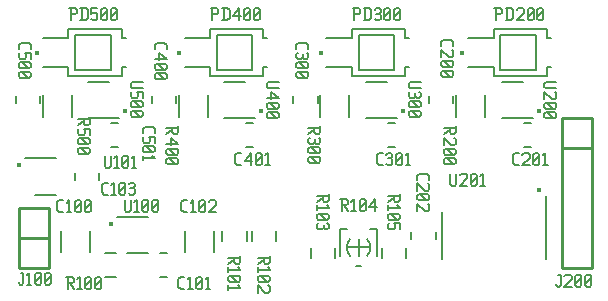
<source format=gto>
G04 start of page 8 for group -4079 idx -4079 *
G04 Title: Das Blinkinput, topsilk *
G04 Creator: pcb 1.99z *
G04 CreationDate: Thu 04 Jun 2015 03:29:16 PM GMT UTC *
G04 For: eelco *
G04 Format: Gerber/RS-274X *
G04 PCB-Dimensions (mil): 3937.01 3937.01 *
G04 PCB-Coordinate-Origin: lower left *
%MOIN*%
%FSLAX25Y25*%
%LNTOPSILK*%
%ADD51C,0.0079*%
%ADD50C,0.0100*%
%ADD49C,0.0157*%
%ADD48C,0.0081*%
G54D48*X277205Y229724D02*Y224409D01*
X242480D02*Y208661D01*
X277205Y224409D02*Y208661D01*
G54D49*X274843Y231693D03*
G54D48*X232165Y217717D02*Y215354D01*
X240276Y217717D02*Y215354D01*
X269685Y245945D02*X272047D01*
X269685Y254055D02*X272047D01*
G54D50*X282402Y255630D02*X292402D01*
X282402Y245630D02*X292402D01*
X282402Y255630D02*Y205630D01*
X292402Y255630D02*Y205630D01*
X282402D02*X292402D01*
G54D48*X247126Y263465D02*Y256220D01*
X256811Y263465D02*Y256220D01*
X269213Y255709D02*X272638D01*
X262283Y267913D02*X269213D01*
X262283Y255709D02*X269213D01*
G54D49*X274606Y258071D03*
G54D48*X259567Y285433D02*X277283D01*
Y282283D01*
X259567Y285433D02*Y282283D01*
X251102D02*X259567D01*
X277283D02*X278661D01*
X259567Y269685D02*X277283D01*
Y272835D02*Y269685D01*
X259567Y272835D02*Y269685D01*
X251102Y272835D02*X259567D01*
X277283D02*X278661D01*
X261811Y283465D02*X273622D01*
X261811D02*Y271654D01*
X273622Y283465D02*Y271654D01*
X261811D02*X273622D01*
G54D49*X249134Y277559D03*
G54D48*X103346Y242323D02*X106772D01*
Y230118D02*X113701D01*
X106772Y242323D02*X113701D01*
G54D49*X101378Y239961D03*
G54D48*X109331Y263465D02*Y256220D01*
X119016Y263465D02*Y256220D01*
X100276Y263189D02*Y260827D01*
X108386Y263189D02*Y260827D01*
G54D50*X101299Y225630D02*X111299D01*
X101299Y215630D02*X111299D01*
X101299Y225630D02*Y205630D01*
X111299Y225630D02*Y205630D01*
X101299D02*X111299D01*
G54D48*X119961Y237402D02*Y235039D01*
X128071Y237402D02*Y235039D01*
X131890Y245945D02*X134252D01*
X131890Y254055D02*X134252D01*
X134055Y222835D02*X137480D01*
Y210630D02*X144409D01*
X137480Y222835D02*X144409D01*
G54D49*X132087Y220472D03*
G54D48*X115236Y218031D02*Y211102D01*
X124921Y218031D02*Y211102D01*
X131417Y255709D02*X134843D01*
X124488Y267913D02*X131417D01*
X124488Y255709D02*X131417D01*
G54D49*X136811Y258071D03*
G54D48*X117835Y285433D02*X135551D01*
Y282283D01*
X117835Y285433D02*Y282283D01*
X109370D02*X117835D01*
X135551D02*X136929D01*
X117835Y269685D02*X135551D01*
Y272835D02*Y269685D01*
X117835Y272835D02*Y269685D01*
X109370Y272835D02*X117835D01*
X135551D02*X136929D01*
X120079Y283465D02*X131890D01*
X120079D02*Y271654D01*
X131890Y283465D02*Y271654D01*
X120079D02*X131890D01*
G54D49*X107402Y277559D03*
G54D48*X145551Y263189D02*Y260827D01*
X153661Y263189D02*Y260827D01*
X148425Y202638D02*X150787D01*
X148425Y210748D02*X150787D01*
X130197Y202638D02*X133583D01*
X130197Y210748D02*X133583D01*
X179016Y218228D02*Y214843D01*
X187126Y218228D02*Y214843D01*
X177165Y245945D02*X179528D01*
X177165Y254055D02*X179528D01*
X165079Y285433D02*X182795D01*
Y282283D01*
X165079Y285433D02*Y282283D01*
X156614D02*X165079D01*
X182795D02*X184173D01*
X165079Y269685D02*X182795D01*
Y272835D02*Y269685D01*
X165079Y272835D02*Y269685D01*
X156614Y272835D02*X165079D01*
X182795D02*X184173D01*
X167323Y283465D02*X179134D01*
X167323D02*Y271654D01*
X179134Y283465D02*Y271654D01*
X167323D02*X179134D01*
G54D49*X154646Y277559D03*
G54D48*X154606Y263465D02*Y256220D01*
X164291Y263465D02*Y256220D01*
X176693Y255709D02*X180118D01*
X169764Y267913D02*X176693D01*
X169764Y255709D02*X176693D01*
G54D49*X182087Y258071D03*
G54D48*X177283Y218228D02*Y214843D01*
X169173Y218228D02*Y214843D01*
X156575Y218031D02*Y211102D01*
X166260Y218031D02*Y211102D01*
X224409Y245945D02*X226772D01*
X224409Y254055D02*X226772D01*
X192795Y263189D02*Y260827D01*
X200906Y263189D02*Y260827D01*
X212323Y285433D02*X230039D01*
Y282283D01*
X212323Y285433D02*Y282283D01*
X203858D02*X212323D01*
X230039D02*X231417D01*
X212323Y269685D02*X230039D01*
Y272835D02*Y269685D01*
X212323Y272835D02*Y269685D01*
X203858Y272835D02*X212323D01*
X230039D02*X231417D01*
X214567Y283465D02*X226378D01*
X214567D02*Y271654D01*
X226378Y283465D02*Y271654D01*
X214567D02*X226378D01*
G54D49*X201890Y277559D03*
G54D48*X201850Y263465D02*Y256220D01*
X211535Y263465D02*Y256220D01*
X238071Y263189D02*Y260827D01*
X246181Y263189D02*Y260827D01*
X223937Y255709D02*X227362D01*
X217008Y267913D02*X223937D01*
X217008Y255709D02*X223937D01*
G54D49*X229331Y258071D03*
G54D48*X198701Y212323D02*Y208937D01*
X206811Y212323D02*Y208937D01*
X230433Y212323D02*Y208937D01*
X222323Y212323D02*Y208937D01*
X208465Y218701D02*X210630D01*
X218504D02*X220669D01*
X208465D02*Y209843D01*
X220669Y218701D02*Y209843D01*
X213780Y206496D02*X215354D01*
X210630Y212598D02*X218504D01*
X214567Y215551D02*Y209646D01*
X217351Y209815D02*G75*G03X217351Y215382I-2784J2784D01*G01*
X211783Y215382D02*G75*G03X211783Y209815I2784J-2784D01*G01*
G54D51*X129921Y243094D02*Y239594D01*
X130421Y239094D01*
X131421D01*
X131921Y239594D01*
Y243094D02*Y239594D01*
X133121Y242294D02*X133921Y243094D01*
Y239094D01*
X133121D02*X134621D01*
X135821Y239594D02*X136321Y239094D01*
X135821Y242594D02*Y239594D01*
Y242594D02*X136321Y243094D01*
X137321D01*
X137821Y242594D01*
Y239594D01*
X137321Y239094D02*X137821Y239594D01*
X136321Y239094D02*X137321D01*
X135821Y240094D02*X137821Y242094D01*
X139021Y242294D02*X139821Y243094D01*
Y239094D01*
X139021D02*X140521D01*
X129637Y230236D02*X130937D01*
X128937Y230936D02*X129637Y230236D01*
X128937Y233536D02*Y230936D01*
Y233536D02*X129637Y234236D01*
X130937D01*
X132137Y233436D02*X132937Y234236D01*
Y230236D01*
X132137D02*X133637D01*
X134837Y230736D02*X135337Y230236D01*
X134837Y233736D02*Y230736D01*
Y233736D02*X135337Y234236D01*
X136337D01*
X136837Y233736D01*
Y230736D01*
X136337Y230236D02*X136837Y230736D01*
X135337Y230236D02*X136337D01*
X134837Y231236D02*X136837Y233236D01*
X138037Y233736D02*X138537Y234236D01*
X139537D01*
X140037Y233736D01*
X139537Y230236D02*X140037Y230736D01*
X138537Y230236D02*X139537D01*
X138037Y230736D02*X138537Y230236D01*
Y232436D02*X139537D01*
X140037Y233736D02*Y232936D01*
Y231936D02*Y230736D01*
Y231936D02*X139537Y232436D01*
X140037Y232936D02*X139537Y232436D01*
X142638Y252056D02*Y250756D01*
X143338Y252756D02*X142638Y252056D01*
X143338Y252756D02*X145938D01*
X146638Y252056D01*
Y250756D01*
Y249556D02*Y247556D01*
X144638Y249556D02*X146638D01*
X144638D02*X145138Y249056D01*
Y248056D01*
X144638Y247556D01*
X143138D02*X144638D01*
X142638Y248056D02*X143138Y247556D01*
X142638Y249056D02*Y248056D01*
X143138Y249556D02*X142638Y249056D01*
X143138Y246356D02*X142638Y245856D01*
X143138Y246356D02*X146138D01*
X146638Y245856D01*
Y244856D01*
X146138Y244356D01*
X143138D02*X146138D01*
X142638Y244856D02*X143138Y244356D01*
X142638Y245856D02*Y244856D01*
X143638Y246356D02*X145638Y244356D01*
X145838Y243156D02*X146638Y242356D01*
X142638D02*X146638D01*
X142638Y243156D02*Y241656D01*
X136614Y228528D02*Y225028D01*
X137114Y224528D01*
X138114D01*
X138614Y225028D01*
Y228528D02*Y225028D01*
X139814Y227728D02*X140614Y228528D01*
Y224528D01*
X139814D02*X141314D01*
X142514Y225028D02*X143014Y224528D01*
X142514Y228028D02*Y225028D01*
Y228028D02*X143014Y228528D01*
X144014D01*
X144514Y228028D01*
Y225028D01*
X144014Y224528D02*X144514Y225028D01*
X143014Y224528D02*X144014D01*
X142514Y225528D02*X144514Y227528D01*
X145714Y225028D02*X146214Y224528D01*
X145714Y228028D02*Y225028D01*
Y228028D02*X146214Y228528D01*
X147214D01*
X147714Y228028D01*
Y225028D01*
X147214Y224528D02*X147714Y225028D01*
X146214Y224528D02*X147214D01*
X145714Y225528D02*X147714Y227528D01*
X114873Y224331D02*X116173D01*
X114173Y225031D02*X114873Y224331D01*
X114173Y227631D02*Y225031D01*
Y227631D02*X114873Y228331D01*
X116173D01*
X117373Y227531D02*X118173Y228331D01*
Y224331D01*
X117373D02*X118873D01*
X120073Y224831D02*X120573Y224331D01*
X120073Y227831D02*Y224831D01*
Y227831D02*X120573Y228331D01*
X121573D01*
X122073Y227831D01*
Y224831D01*
X121573Y224331D02*X122073Y224831D01*
X120573Y224331D02*X121573D01*
X120073Y225331D02*X122073Y227331D01*
X123273Y224831D02*X123773Y224331D01*
X123273Y227831D02*Y224831D01*
Y227831D02*X123773Y228331D01*
X124773D01*
X125273Y227831D01*
Y224831D01*
X124773Y224331D02*X125273Y224831D01*
X123773Y224331D02*X124773D01*
X123273Y225331D02*X125273Y227331D01*
X154512Y252953D02*Y250953D01*
X154012Y250453D01*
X153012D02*X154012D01*
X152512Y250953D02*X153012Y250453D01*
X152512Y252453D02*Y250953D01*
X150512Y252453D02*X154512D01*
X152512Y251653D02*X150512Y250453D01*
X152012Y249253D02*X154512Y247253D01*
X152012Y249253D02*Y246753D01*
X150512Y247253D02*X154512D01*
X151012Y245553D02*X150512Y245053D01*
X151012Y245553D02*X154012D01*
X154512Y245053D01*
Y244053D01*
X154012Y243553D01*
X151012D02*X154012D01*
X150512Y244053D02*X151012Y243553D01*
X150512Y245053D02*Y244053D01*
X151512Y245553D02*X153512Y243553D01*
X151012Y242353D02*X150512Y241853D01*
X151012Y242353D02*X154012D01*
X154512Y241853D01*
Y240853D01*
X154012Y240353D01*
X151012D02*X154012D01*
X150512Y240853D02*X151012Y240353D01*
X150512Y241853D02*Y240853D01*
X151512Y242353D02*X153512Y240353D01*
X185024Y209646D02*Y207646D01*
X184524Y207146D01*
X183524D02*X184524D01*
X183024Y207646D02*X183524Y207146D01*
X183024Y209146D02*Y207646D01*
X181024Y209146D02*X185024D01*
X183024Y208346D02*X181024Y207146D01*
X184224Y205946D02*X185024Y205146D01*
X181024D02*X185024D01*
X181024Y205946D02*Y204446D01*
X181524Y203246D02*X181024Y202746D01*
X181524Y203246D02*X184524D01*
X185024Y202746D01*
Y201746D01*
X184524Y201246D01*
X181524D02*X184524D01*
X181024Y201746D02*X181524Y201246D01*
X181024Y202746D02*Y201746D01*
X182024Y203246D02*X184024Y201246D01*
X184524Y200046D02*X185024Y199546D01*
Y198046D01*
X184524Y197546D01*
X183524D02*X184524D01*
X181024Y200046D02*X183524Y197546D01*
X181024Y200046D02*Y197546D01*
X175181Y209646D02*Y207646D01*
X174681Y207146D01*
X173681D02*X174681D01*
X173181Y207646D02*X173681Y207146D01*
X173181Y209146D02*Y207646D01*
X171181Y209146D02*X175181D01*
X173181Y208346D02*X171181Y207146D01*
X174381Y205946D02*X175181Y205146D01*
X171181D02*X175181D01*
X171181Y205946D02*Y204446D01*
X171681Y203246D02*X171181Y202746D01*
X171681Y203246D02*X174681D01*
X175181Y202746D01*
Y201746D01*
X174681Y201246D01*
X171681D02*X174681D01*
X171181Y201746D02*X171681Y201246D01*
X171181Y202746D02*Y201746D01*
X172181Y203246D02*X174181Y201246D01*
X174381Y200046D02*X175181Y199246D01*
X171181D02*X175181D01*
X171181Y200046D02*Y198546D01*
X155228Y198740D02*X156528D01*
X154528Y199440D02*X155228Y198740D01*
X154528Y202040D02*Y199440D01*
Y202040D02*X155228Y202740D01*
X156528D01*
X157728Y201940D02*X158528Y202740D01*
Y198740D01*
X157728D02*X159228D01*
X160428Y199240D02*X160928Y198740D01*
X160428Y202240D02*Y199240D01*
Y202240D02*X160928Y202740D01*
X161928D01*
X162428Y202240D01*
Y199240D01*
X161928Y198740D02*X162428Y199240D01*
X160928Y198740D02*X161928D01*
X160428Y199740D02*X162428Y201740D01*
X163628Y201940D02*X164428Y202740D01*
Y198740D01*
X163628D02*X165128D01*
X117126Y202740D02*X119126D01*
X119626Y202240D01*
Y201240D01*
X119126Y200740D02*X119626Y201240D01*
X117626Y200740D02*X119126D01*
X117626Y202740D02*Y198740D01*
X118426Y200740D02*X119626Y198740D01*
X120826Y201940D02*X121626Y202740D01*
Y198740D01*
X120826D02*X122326D01*
X123526Y199240D02*X124026Y198740D01*
X123526Y202240D02*Y199240D01*
Y202240D02*X124026Y202740D01*
X125026D01*
X125526Y202240D01*
Y199240D01*
X125026Y198740D02*X125526Y199240D01*
X124026Y198740D02*X125026D01*
X123526Y199740D02*X125526Y201740D01*
X126726Y199240D02*X127226Y198740D01*
X126726Y202240D02*Y199240D01*
Y202240D02*X127226Y202740D01*
X128226D01*
X128726Y202240D01*
Y199240D01*
X128226Y198740D02*X128726Y199240D01*
X127226Y198740D02*X128226D01*
X126726Y199740D02*X128726Y201740D01*
X102031Y204102D02*X102831D01*
Y200602D01*
X102331Y200102D02*X102831Y200602D01*
X101831Y200102D02*X102331D01*
X101331Y200602D02*X101831Y200102D01*
X101331Y201102D02*Y200602D01*
X104031Y203302D02*X104831Y204102D01*
Y200102D01*
X104031D02*X105531D01*
X106731Y200602D02*X107231Y200102D01*
X106731Y203602D02*Y200602D01*
Y203602D02*X107231Y204102D01*
X108231D01*
X108731Y203602D01*
Y200602D01*
X108231Y200102D02*X108731Y200602D01*
X107231Y200102D02*X108231D01*
X106731Y201102D02*X108731Y203102D01*
X109931Y200602D02*X110431Y200102D01*
X109931Y203602D02*Y200602D01*
Y203602D02*X110431Y204102D01*
X111431D01*
X111931Y203602D01*
Y200602D01*
X111431Y200102D02*X111931Y200602D01*
X110431Y200102D02*X111431D01*
X109931Y201102D02*X111931Y203102D01*
X174125Y240079D02*X175425D01*
X173425Y240779D02*X174125Y240079D01*
X173425Y243379D02*Y240779D01*
Y243379D02*X174125Y244079D01*
X175425D01*
X176625Y241579D02*X178625Y244079D01*
X176625Y241579D02*X179125D01*
X178625Y244079D02*Y240079D01*
X180325Y240579D02*X180825Y240079D01*
X180325Y243579D02*Y240579D01*
Y243579D02*X180825Y244079D01*
X181825D01*
X182325Y243579D01*
Y240579D01*
X181825Y240079D02*X182325Y240579D01*
X180825Y240079D02*X181825D01*
X180325Y241079D02*X182325Y243079D01*
X183525Y243279D02*X184325Y244079D01*
Y240079D01*
X183525D02*X185025D01*
X156212Y224331D02*X157512D01*
X155512Y225031D02*X156212Y224331D01*
X155512Y227631D02*Y225031D01*
Y227631D02*X156212Y228331D01*
X157512D01*
X158712Y227531D02*X159512Y228331D01*
Y224331D01*
X158712D02*X160212D01*
X161412Y224831D02*X161912Y224331D01*
X161412Y227831D02*Y224831D01*
Y227831D02*X161912Y228331D01*
X162912D01*
X163412Y227831D01*
Y224831D01*
X162912Y224331D02*X163412Y224831D01*
X161912Y224331D02*X162912D01*
X161412Y225331D02*X163412Y227331D01*
X164612Y227831D02*X165112Y228331D01*
X166612D01*
X167112Y227831D01*
Y226831D01*
X164612Y224331D02*X167112Y226831D01*
X164612Y224331D02*X167112D01*
X245079Y237189D02*Y233689D01*
X245579Y233189D01*
X246579D01*
X247079Y233689D01*
Y237189D02*Y233689D01*
X248279Y236689D02*X248779Y237189D01*
X250279D01*
X250779Y236689D01*
Y235689D01*
X248279Y233189D02*X250779Y235689D01*
X248279Y233189D02*X250779D01*
X251979Y233689D02*X252479Y233189D01*
X251979Y236689D02*Y233689D01*
Y236689D02*X252479Y237189D01*
X253479D01*
X253979Y236689D01*
Y233689D01*
X253479Y233189D02*X253979Y233689D01*
X252479Y233189D02*X253479D01*
X251979Y234189D02*X253979Y236189D01*
X255179Y236389D02*X255979Y237189D01*
Y233189D01*
X255179D02*X256679D01*
X204709Y230315D02*Y228315D01*
X204209Y227815D01*
X203209D02*X204209D01*
X202709Y228315D02*X203209Y227815D01*
X202709Y229815D02*Y228315D01*
X200709Y229815D02*X204709D01*
X202709Y229015D02*X200709Y227815D01*
X203909Y226615D02*X204709Y225815D01*
X200709D02*X204709D01*
X200709Y226615D02*Y225115D01*
X201209Y223915D02*X200709Y223415D01*
X201209Y223915D02*X204209D01*
X204709Y223415D01*
Y222415D01*
X204209Y221915D01*
X201209D02*X204209D01*
X200709Y222415D02*X201209Y221915D01*
X200709Y223415D02*Y222415D01*
X201709Y223915D02*X203709Y221915D01*
X204209Y220715D02*X204709Y220215D01*
Y219215D01*
X204209Y218715D01*
X200709Y219215D02*X201209Y218715D01*
X200709Y220215D02*Y219215D01*
X201209Y220715D02*X200709Y220215D01*
X202909D02*Y219215D01*
X203409Y218715D02*X204209D01*
X201209D02*X202409D01*
X202909Y219215D01*
X203409Y218715D02*X202909Y219215D01*
X228331Y230315D02*Y228315D01*
X227831Y227815D01*
X226831D02*X227831D01*
X226331Y228315D02*X226831Y227815D01*
X226331Y229815D02*Y228315D01*
X224331Y229815D02*X228331D01*
X226331Y229015D02*X224331Y227815D01*
X227531Y226615D02*X228331Y225815D01*
X224331D02*X228331D01*
X224331Y226615D02*Y225115D01*
X224831Y223915D02*X224331Y223415D01*
X224831Y223915D02*X227831D01*
X228331Y223415D01*
Y222415D01*
X227831Y221915D01*
X224831D02*X227831D01*
X224331Y222415D02*X224831Y221915D01*
X224331Y223415D02*Y222415D01*
X225331Y223915D02*X227331Y221915D01*
X228331Y220715D02*Y218715D01*
X226331Y220715D02*X228331D01*
X226331D02*X226831Y220215D01*
Y219215D01*
X226331Y218715D01*
X224831D02*X226331D01*
X224331Y219215D02*X224831Y218715D01*
X224331Y220215D02*Y219215D01*
X224831Y220715D02*X224331Y220215D01*
X208504Y228614D02*X210504D01*
X211004Y228114D01*
Y227114D01*
X210504Y226614D02*X211004Y227114D01*
X209004Y226614D02*X210504D01*
X209004Y228614D02*Y224614D01*
X209804Y226614D02*X211004Y224614D01*
X212204Y227814D02*X213004Y228614D01*
Y224614D01*
X212204D02*X213704D01*
X214904Y225114D02*X215404Y224614D01*
X214904Y228114D02*Y225114D01*
Y228114D02*X215404Y228614D01*
X216404D01*
X216904Y228114D01*
Y225114D01*
X216404Y224614D02*X216904Y225114D01*
X215404Y224614D02*X216404D01*
X214904Y225614D02*X216904Y227614D01*
X218104Y226114D02*X220104Y228614D01*
X218104Y226114D02*X220604D01*
X220104Y228614D02*Y224614D01*
X234173Y236505D02*Y235205D01*
X234873Y237205D02*X234173Y236505D01*
X234873Y237205D02*X237473D01*
X238173Y236505D01*
Y235205D01*
X237673Y234005D02*X238173Y233505D01*
Y232005D01*
X237673Y231505D01*
X236673D02*X237673D01*
X234173Y234005D02*X236673Y231505D01*
X234173Y234005D02*Y231505D01*
X234673Y230305D02*X234173Y229805D01*
X234673Y230305D02*X237673D01*
X238173Y229805D01*
Y228805D01*
X237673Y228305D01*
X234673D02*X237673D01*
X234173Y228805D02*X234673Y228305D01*
X234173Y229805D02*Y228805D01*
X235173Y230305D02*X237173Y228305D01*
X237673Y227105D02*X238173Y226605D01*
Y225105D01*
X237673Y224605D01*
X236673D02*X237673D01*
X234173Y227105D02*X236673Y224605D01*
X234173Y227105D02*Y224605D01*
X266645Y240079D02*X267945D01*
X265945Y240779D02*X266645Y240079D01*
X265945Y243379D02*Y240779D01*
Y243379D02*X266645Y244079D01*
X267945D01*
X269145Y243579D02*X269645Y244079D01*
X271145D01*
X271645Y243579D01*
Y242579D01*
X269145Y240079D02*X271645Y242579D01*
X269145Y240079D02*X271645D01*
X272845Y240579D02*X273345Y240079D01*
X272845Y243579D02*Y240579D01*
Y243579D02*X273345Y244079D01*
X274345D01*
X274845Y243579D01*
Y240579D01*
X274345Y240079D02*X274845Y240579D01*
X273345Y240079D02*X274345D01*
X272845Y241079D02*X274845Y243079D01*
X276045Y243279D02*X276845Y244079D01*
Y240079D01*
X276045D02*X277545D01*
X276996Y267717D02*X280496D01*
X276996D02*X276496Y267217D01*
Y266217D01*
X276996Y265717D01*
X280496D01*
X279996Y264517D02*X280496Y264017D01*
Y262517D01*
X279996Y262017D01*
X278996D02*X279996D01*
X276496Y264517D02*X278996Y262017D01*
X276496Y264517D02*Y262017D01*
X276996Y260817D02*X276496Y260317D01*
X276996Y260817D02*X279996D01*
X280496Y260317D01*
Y259317D01*
X279996Y258817D01*
X276996D02*X279996D01*
X276496Y259317D02*X276996Y258817D01*
X276496Y260317D02*Y259317D01*
X277496Y260817D02*X279496Y258817D01*
X276996Y257617D02*X276496Y257117D01*
X276996Y257617D02*X279996D01*
X280496Y257117D01*
Y256117D01*
X279996Y255617D01*
X276996D02*X279996D01*
X276496Y256117D02*X276996Y255617D01*
X276496Y257117D02*Y256117D01*
X277496Y257617D02*X279496Y255617D01*
X281165Y203591D02*X281965D01*
Y200091D01*
X281465Y199591D02*X281965Y200091D01*
X280965Y199591D02*X281465D01*
X280465Y200091D02*X280965Y199591D01*
X280465Y200591D02*Y200091D01*
X283165Y203091D02*X283665Y203591D01*
X285165D01*
X285665Y203091D01*
Y202091D01*
X283165Y199591D02*X285665Y202091D01*
X283165Y199591D02*X285665D01*
X286865Y200091D02*X287365Y199591D01*
X286865Y203091D02*Y200091D01*
Y203091D02*X287365Y203591D01*
X288365D01*
X288865Y203091D01*
Y200091D01*
X288365Y199591D02*X288865Y200091D01*
X287365Y199591D02*X288365D01*
X286865Y200591D02*X288865Y202591D01*
X290065Y200091D02*X290565Y199591D01*
X290065Y203091D02*Y200091D01*
Y203091D02*X290565Y203591D01*
X291565D01*
X292065Y203091D01*
Y200091D01*
X291565Y199591D02*X292065Y200091D01*
X290565Y199591D02*X291565D01*
X290065Y200591D02*X292065Y202591D01*
X247031Y252953D02*Y250953D01*
X246531Y250453D01*
X245531D02*X246531D01*
X245031Y250953D02*X245531Y250453D01*
X245031Y252453D02*Y250953D01*
X243031Y252453D02*X247031D01*
X245031Y251653D02*X243031Y250453D01*
X246531Y249253D02*X247031Y248753D01*
Y247253D01*
X246531Y246753D01*
X245531D02*X246531D01*
X243031Y249253D02*X245531Y246753D01*
X243031Y249253D02*Y246753D01*
X243531Y245553D02*X243031Y245053D01*
X243531Y245553D02*X246531D01*
X247031Y245053D01*
Y244053D01*
X246531Y243553D01*
X243531D02*X246531D01*
X243031Y244053D02*X243531Y243553D01*
X243031Y245053D02*Y244053D01*
X244031Y245553D02*X246031Y243553D01*
X243531Y242353D02*X243031Y241853D01*
X243531Y242353D02*X246531D01*
X247031Y241853D01*
Y240853D01*
X246531Y240353D01*
X243531D02*X246531D01*
X243031Y240853D02*X243531Y240353D01*
X243031Y241853D02*Y240853D01*
X244031Y242353D02*X246031Y240353D01*
X242047Y280993D02*Y279693D01*
X242747Y281693D02*X242047Y280993D01*
X242747Y281693D02*X245347D01*
X246047Y280993D01*
Y279693D01*
X245547Y278493D02*X246047Y277993D01*
Y276493D01*
X245547Y275993D01*
X244547D02*X245547D01*
X242047Y278493D02*X244547Y275993D01*
X242047Y278493D02*Y275993D01*
X242547Y274793D02*X242047Y274293D01*
X242547Y274793D02*X245547D01*
X246047Y274293D01*
Y273293D01*
X245547Y272793D01*
X242547D02*X245547D01*
X242047Y273293D02*X242547Y272793D01*
X242047Y274293D02*Y273293D01*
X243047Y274793D02*X245047Y272793D01*
X242547Y271593D02*X242047Y271093D01*
X242547Y271593D02*X245547D01*
X246047Y271093D01*
Y270093D01*
X245547Y269593D01*
X242547D02*X245547D01*
X242047Y270093D02*X242547Y269593D01*
X242047Y271093D02*Y270093D01*
X243047Y271593D02*X245047Y269593D01*
X231720Y267717D02*X235220D01*
X231720D02*X231220Y267217D01*
Y266217D01*
X231720Y265717D01*
X235220D01*
X234720Y264517D02*X235220Y264017D01*
Y263017D01*
X234720Y262517D01*
X231220Y263017D02*X231720Y262517D01*
X231220Y264017D02*Y263017D01*
X231720Y264517D02*X231220Y264017D01*
X233420D02*Y263017D01*
X233920Y262517D02*X234720D01*
X231720D02*X232920D01*
X233420Y263017D01*
X233920Y262517D02*X233420Y263017D01*
X231720Y261317D02*X231220Y260817D01*
X231720Y261317D02*X234720D01*
X235220Y260817D01*
Y259817D01*
X234720Y259317D01*
X231720D02*X234720D01*
X231220Y259817D02*X231720Y259317D01*
X231220Y260817D02*Y259817D01*
X232220Y261317D02*X234220Y259317D01*
X231720Y258117D02*X231220Y257617D01*
X231720Y258117D02*X234720D01*
X235220Y257617D01*
Y256617D01*
X234720Y256117D01*
X231720D02*X234720D01*
X231220Y256617D02*X231720Y256117D01*
X231220Y257617D02*Y256617D01*
X232220Y258117D02*X234220Y256117D01*
X221369Y240079D02*X222669D01*
X220669Y240779D02*X221369Y240079D01*
X220669Y243379D02*Y240779D01*
Y243379D02*X221369Y244079D01*
X222669D01*
X223869Y243579D02*X224369Y244079D01*
X225369D01*
X225869Y243579D01*
X225369Y240079D02*X225869Y240579D01*
X224369Y240079D02*X225369D01*
X223869Y240579D02*X224369Y240079D01*
Y242279D02*X225369D01*
X225869Y243579D02*Y242779D01*
Y241779D02*Y240579D01*
Y241779D02*X225369Y242279D01*
X225869Y242779D02*X225369Y242279D01*
X227069Y240579D02*X227569Y240079D01*
X227069Y243579D02*Y240579D01*
Y243579D02*X227569Y244079D01*
X228569D01*
X229069Y243579D01*
Y240579D01*
X228569Y240079D02*X229069Y240579D01*
X227569Y240079D02*X228569D01*
X227069Y241079D02*X229069Y243079D01*
X230269Y243279D02*X231069Y244079D01*
Y240079D01*
X230269D02*X231769D01*
X201756Y252953D02*Y250953D01*
X201256Y250453D01*
X200256D02*X201256D01*
X199756Y250953D02*X200256Y250453D01*
X199756Y252453D02*Y250953D01*
X197756Y252453D02*X201756D01*
X199756Y251653D02*X197756Y250453D01*
X201256Y249253D02*X201756Y248753D01*
Y247753D01*
X201256Y247253D01*
X197756Y247753D02*X198256Y247253D01*
X197756Y248753D02*Y247753D01*
X198256Y249253D02*X197756Y248753D01*
X199956D02*Y247753D01*
X200456Y247253D02*X201256D01*
X198256D02*X199456D01*
X199956Y247753D01*
X200456Y247253D02*X199956Y247753D01*
X198256Y246053D02*X197756Y245553D01*
X198256Y246053D02*X201256D01*
X201756Y245553D01*
Y244553D01*
X201256Y244053D01*
X198256D02*X201256D01*
X197756Y244553D02*X198256Y244053D01*
X197756Y245553D02*Y244553D01*
X198756Y246053D02*X200756Y244053D01*
X198256Y242853D02*X197756Y242353D01*
X198256Y242853D02*X201256D01*
X201756Y242353D01*
Y241353D01*
X201256Y240853D01*
X198256D02*X201256D01*
X197756Y241353D02*X198256Y240853D01*
X197756Y242353D02*Y241353D01*
X198756Y242853D02*X200756Y240853D01*
X213098Y292307D02*Y288307D01*
X212598Y292307D02*X214598D01*
X215098Y291807D01*
Y290807D01*
X214598Y290307D02*X215098Y290807D01*
X213098Y290307D02*X214598D01*
X216798Y292307D02*Y288307D01*
X218098Y292307D02*X218798Y291607D01*
Y289007D01*
X218098Y288307D02*X218798Y289007D01*
X216298Y288307D02*X218098D01*
X216298Y292307D02*X218098D01*
X219998Y291807D02*X220498Y292307D01*
X221498D01*
X221998Y291807D01*
X221498Y288307D02*X221998Y288807D01*
X220498Y288307D02*X221498D01*
X219998Y288807D02*X220498Y288307D01*
Y290507D02*X221498D01*
X221998Y291807D02*Y291007D01*
Y290007D02*Y288807D01*
Y290007D02*X221498Y290507D01*
X221998Y291007D02*X221498Y290507D01*
X223198Y288807D02*X223698Y288307D01*
X223198Y291807D02*Y288807D01*
Y291807D02*X223698Y292307D01*
X224698D01*
X225198Y291807D01*
Y288807D01*
X224698Y288307D02*X225198Y288807D01*
X223698Y288307D02*X224698D01*
X223198Y289307D02*X225198Y291307D01*
X226398Y288807D02*X226898Y288307D01*
X226398Y291807D02*Y288807D01*
Y291807D02*X226898Y292307D01*
X227898D01*
X228398Y291807D01*
Y288807D01*
X227898Y288307D02*X228398Y288807D01*
X226898Y288307D02*X227898D01*
X226398Y289307D02*X228398Y291307D01*
X260343Y292307D02*Y288307D01*
X259843Y292307D02*X261843D01*
X262343Y291807D01*
Y290807D01*
X261843Y290307D02*X262343Y290807D01*
X260343Y290307D02*X261843D01*
X264043Y292307D02*Y288307D01*
X265343Y292307D02*X266043Y291607D01*
Y289007D01*
X265343Y288307D02*X266043Y289007D01*
X263543Y288307D02*X265343D01*
X263543Y292307D02*X265343D01*
X267243Y291807D02*X267743Y292307D01*
X269243D01*
X269743Y291807D01*
Y290807D01*
X267243Y288307D02*X269743Y290807D01*
X267243Y288307D02*X269743D01*
X270943Y288807D02*X271443Y288307D01*
X270943Y291807D02*Y288807D01*
Y291807D02*X271443Y292307D01*
X272443D01*
X272943Y291807D01*
Y288807D01*
X272443Y288307D02*X272943Y288807D01*
X271443Y288307D02*X272443D01*
X270943Y289307D02*X272943Y291307D01*
X274143Y288807D02*X274643Y288307D01*
X274143Y291807D02*Y288807D01*
Y291807D02*X274643Y292307D01*
X275643D01*
X276143Y291807D01*
Y288807D01*
X275643Y288307D02*X276143Y288807D01*
X274643Y288307D02*X275643D01*
X274143Y289307D02*X276143Y291307D01*
X193819Y280009D02*Y278709D01*
X194519Y280709D02*X193819Y280009D01*
X194519Y280709D02*X197119D01*
X197819Y280009D01*
Y278709D01*
X197319Y277509D02*X197819Y277009D01*
Y276009D01*
X197319Y275509D01*
X193819Y276009D02*X194319Y275509D01*
X193819Y277009D02*Y276009D01*
X194319Y277509D02*X193819Y277009D01*
X196019D02*Y276009D01*
X196519Y275509D02*X197319D01*
X194319D02*X195519D01*
X196019Y276009D01*
X196519Y275509D02*X196019Y276009D01*
X194319Y274309D02*X193819Y273809D01*
X194319Y274309D02*X197319D01*
X197819Y273809D01*
Y272809D01*
X197319Y272309D01*
X194319D02*X197319D01*
X193819Y272809D02*X194319Y272309D01*
X193819Y273809D02*Y272809D01*
X194819Y274309D02*X196819Y272309D01*
X194319Y271109D02*X193819Y270609D01*
X194319Y271109D02*X197319D01*
X197819Y270609D01*
Y269609D01*
X197319Y269109D01*
X194319D02*X197319D01*
X193819Y269609D02*X194319Y269109D01*
X193819Y270609D02*Y269609D01*
X194819Y271109D02*X196819Y269109D01*
X165854Y292307D02*Y288307D01*
X165354Y292307D02*X167354D01*
X167854Y291807D01*
Y290807D01*
X167354Y290307D02*X167854Y290807D01*
X165854Y290307D02*X167354D01*
X169554Y292307D02*Y288307D01*
X170854Y292307D02*X171554Y291607D01*
Y289007D01*
X170854Y288307D02*X171554Y289007D01*
X169054Y288307D02*X170854D01*
X169054Y292307D02*X170854D01*
X172754Y289807D02*X174754Y292307D01*
X172754Y289807D02*X175254D01*
X174754Y292307D02*Y288307D01*
X176454Y288807D02*X176954Y288307D01*
X176454Y291807D02*Y288807D01*
Y291807D02*X176954Y292307D01*
X177954D01*
X178454Y291807D01*
Y288807D01*
X177954Y288307D02*X178454Y288807D01*
X176954Y288307D02*X177954D01*
X176454Y289307D02*X178454Y291307D01*
X179654Y288807D02*X180154Y288307D01*
X179654Y291807D02*Y288807D01*
Y291807D02*X180154Y292307D01*
X181154D01*
X181654Y291807D01*
Y288807D01*
X181154Y288307D02*X181654Y288807D01*
X180154Y288307D02*X181154D01*
X179654Y289307D02*X181654Y291307D01*
X184476Y267717D02*X187976D01*
X184476D02*X183976Y267217D01*
Y266217D01*
X184476Y265717D01*
X187976D01*
X185476Y264517D02*X187976Y262517D01*
X185476Y264517D02*Y262017D01*
X183976Y262517D02*X187976D01*
X184476Y260817D02*X183976Y260317D01*
X184476Y260817D02*X187476D01*
X187976Y260317D01*
Y259317D01*
X187476Y258817D01*
X184476D02*X187476D01*
X183976Y259317D02*X184476Y258817D01*
X183976Y260317D02*Y259317D01*
X184976Y260817D02*X186976Y258817D01*
X184476Y257617D02*X183976Y257117D01*
X184476Y257617D02*X187476D01*
X187976Y257117D01*
Y256117D01*
X187476Y255617D01*
X184476D02*X187476D01*
X183976Y256117D02*X184476Y255617D01*
X183976Y257117D02*Y256117D01*
X184976Y257617D02*X186976Y255617D01*
X124984Y255906D02*Y253906D01*
X124484Y253406D01*
X123484D02*X124484D01*
X122984Y253906D02*X123484Y253406D01*
X122984Y255406D02*Y253906D01*
X120984Y255406D02*X124984D01*
X122984Y254606D02*X120984Y253406D01*
X124984Y252206D02*Y250206D01*
X122984Y252206D02*X124984D01*
X122984D02*X123484Y251706D01*
Y250706D01*
X122984Y250206D01*
X121484D02*X122984D01*
X120984Y250706D02*X121484Y250206D01*
X120984Y251706D02*Y250706D01*
X121484Y252206D02*X120984Y251706D01*
X121484Y249006D02*X120984Y248506D01*
X121484Y249006D02*X124484D01*
X124984Y248506D01*
Y247506D01*
X124484Y247006D01*
X121484D02*X124484D01*
X120984Y247506D02*X121484Y247006D01*
X120984Y248506D02*Y247506D01*
X121984Y249006D02*X123984Y247006D01*
X121484Y245805D02*X120984Y245305D01*
X121484Y245805D02*X124484D01*
X124984Y245305D01*
Y244305D01*
X124484Y243805D01*
X121484D02*X124484D01*
X120984Y244305D02*X121484Y243805D01*
X120984Y245305D02*Y244305D01*
X121984Y245805D02*X123984Y243805D01*
X139201Y267717D02*X142701D01*
X139201D02*X138701Y267217D01*
Y266217D01*
X139201Y265717D01*
X142701D01*
Y264517D02*Y262517D01*
X140701Y264517D02*X142701D01*
X140701D02*X141201Y264017D01*
Y263017D01*
X140701Y262517D01*
X139201D02*X140701D01*
X138701Y263017D02*X139201Y262517D01*
X138701Y264017D02*Y263017D01*
X139201Y264517D02*X138701Y264017D01*
X139201Y261317D02*X138701Y260817D01*
X139201Y261317D02*X142201D01*
X142701Y260817D01*
Y259817D01*
X142201Y259317D01*
X139201D02*X142201D01*
X138701Y259817D02*X139201Y259317D01*
X138701Y260817D02*Y259817D01*
X139701Y261317D02*X141701Y259317D01*
X139201Y258117D02*X138701Y257617D01*
X139201Y258117D02*X142201D01*
X142701Y257617D01*
Y256617D01*
X142201Y256117D01*
X139201D02*X142201D01*
X138701Y256617D02*X139201Y256117D01*
X138701Y257617D02*Y256617D01*
X139701Y258117D02*X141701Y256117D01*
X146575Y280009D02*Y278709D01*
X147275Y280709D02*X146575Y280009D01*
X147275Y280709D02*X149875D01*
X150575Y280009D01*
Y278709D01*
X148075Y277509D02*X150575Y275509D01*
X148075Y277509D02*Y275009D01*
X146575Y275509D02*X150575D01*
X147075Y273809D02*X146575Y273309D01*
X147075Y273809D02*X150075D01*
X150575Y273309D01*
Y272309D01*
X150075Y271809D01*
X147075D02*X150075D01*
X146575Y272309D02*X147075Y271809D01*
X146575Y273309D02*Y272309D01*
X147575Y273809D02*X149575Y271809D01*
X147075Y270609D02*X146575Y270109D01*
X147075Y270609D02*X150075D01*
X150575Y270109D01*
Y269109D01*
X150075Y268609D01*
X147075D02*X150075D01*
X146575Y269109D02*X147075Y268609D01*
X146575Y270109D02*Y269109D01*
X147575Y270609D02*X149575Y268609D01*
X101299Y280009D02*Y278709D01*
X101999Y280709D02*X101299Y280009D01*
X101999Y280709D02*X104599D01*
X105299Y280009D01*
Y278709D01*
Y277509D02*Y275509D01*
X103299Y277509D02*X105299D01*
X103299D02*X103799Y277009D01*
Y276009D01*
X103299Y275509D01*
X101799D02*X103299D01*
X101299Y276009D02*X101799Y275509D01*
X101299Y277009D02*Y276009D01*
X101799Y277509D02*X101299Y277009D01*
X101799Y274309D02*X101299Y273809D01*
X101799Y274309D02*X104799D01*
X105299Y273809D01*
Y272809D01*
X104799Y272309D01*
X101799D02*X104799D01*
X101299Y272809D02*X101799Y272309D01*
X101299Y273809D02*Y272809D01*
X102299Y274309D02*X104299Y272309D01*
X101799Y271109D02*X101299Y270609D01*
X101799Y271109D02*X104799D01*
X105299Y270609D01*
Y269609D01*
X104799Y269109D01*
X101799D02*X104799D01*
X101299Y269609D02*X101799Y269109D01*
X101299Y270609D02*Y269609D01*
X102299Y271109D02*X104299Y269109D01*
X118610Y292307D02*Y288307D01*
X118110Y292307D02*X120110D01*
X120610Y291807D01*
Y290807D01*
X120110Y290307D02*X120610Y290807D01*
X118610Y290307D02*X120110D01*
X122310Y292307D02*Y288307D01*
X123610Y292307D02*X124310Y291607D01*
Y289007D01*
X123610Y288307D02*X124310Y289007D01*
X121810Y288307D02*X123610D01*
X121810Y292307D02*X123610D01*
X125510D02*X127510D01*
X125510D02*Y290307D01*
X126010Y290807D01*
X127010D01*
X127510Y290307D01*
Y288807D01*
X127010Y288307D02*X127510Y288807D01*
X126010Y288307D02*X127010D01*
X125510Y288807D02*X126010Y288307D01*
X128710Y288807D02*X129210Y288307D01*
X128710Y291807D02*Y288807D01*
Y291807D02*X129210Y292307D01*
X130210D01*
X130710Y291807D01*
Y288807D01*
X130210Y288307D02*X130710Y288807D01*
X129210Y288307D02*X130210D01*
X128710Y289307D02*X130710Y291307D01*
X131910Y288807D02*X132410Y288307D01*
X131910Y291807D02*Y288807D01*
Y291807D02*X132410Y292307D01*
X133410D01*
X133910Y291807D01*
Y288807D01*
X133410Y288307D02*X133910Y288807D01*
X132410Y288307D02*X133410D01*
X131910Y289307D02*X133910Y291307D01*
M02*

</source>
